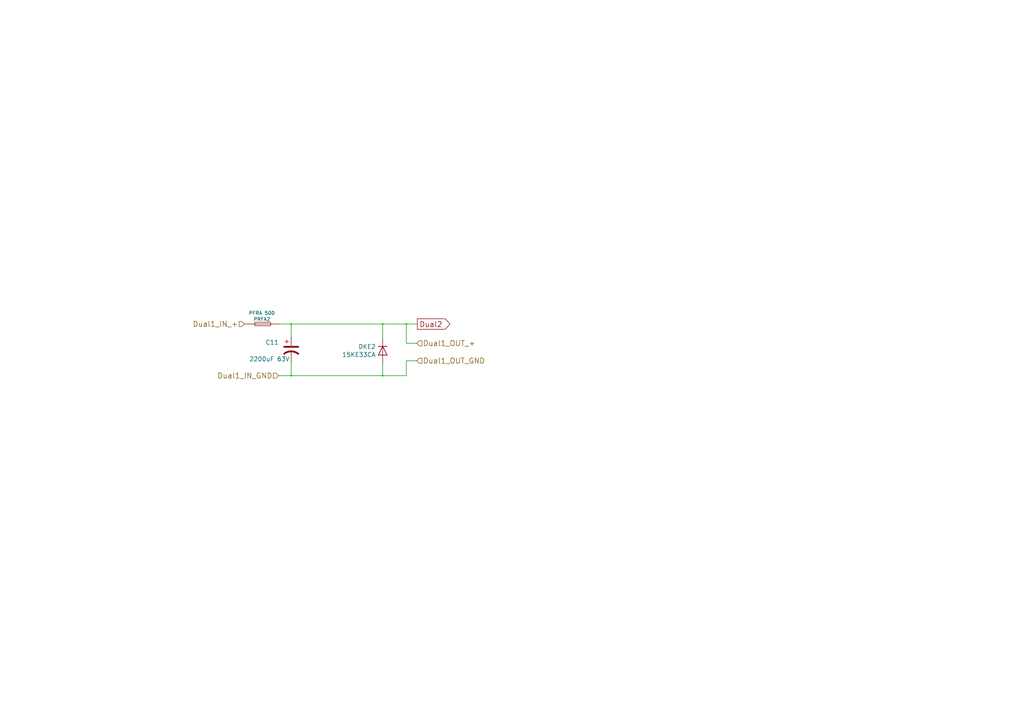
<source format=kicad_sch>
(kicad_sch (version 20201015) (generator eeschema)
  (page 1 35)
  (paper "A4")
  (title_block (title "Ardumower shield SVN Version") (date "2020-07-06") (rev "1.4") (company "ML AG JL UZ"))
  (lib_symbols
    (symbol "ardumower-mega-shield-svn-rescue:CP1-RESCUE-ardumower_mega_shield_svn" (pin_numbers hide) (pin_names (offset 0.254) hide)
      (property "Referenz" "C" (at 0.635 2.54 0))
      (property "Wert" "CP1-RESCUE-ardumower_mega_shield_svn" (at 0.635 -2.54 0))
      (symbol "CP1-RESCUE-ardumower_mega_shield_svn_0_1"
        (arc (start -2.032 -1.27) (end 2.032 -1.27) (radius (at 0 -3.81) (length 3.2512) (angles 128.7 51.3)) (stroke (width 0.508)))
        (polyline (pts (xy -2.032 0.762) (xy 2.032 0.762)) (stroke (width 0.508)))
        (polyline (pts (xy -1.778 2.286) (xy -0.762 2.286)))
        (polyline (pts (xy -1.27 1.778) (xy -1.27 2.794)))
      )
      (symbol "CP1-RESCUE-ardumower_mega_shield_svn_1_1"
        (pin passive line (at 0 3.81 270) (length 2.794) (name "~") (number "1"))
        (pin passive line (at 0 -3.81 90) (length 3.302) (name "~") (number "2"))
      )
    )
    (symbol "ardumower-mega-shield-svn-rescue:D-RESCUE-ardumower_mega_shield_svn" (pin_numbers hide) (pin_names hide)
      (property "Referenz" "D" (at 0 2.54 0))
      (property "Wert" "D-RESCUE-ardumower_mega_shield_svn" (at 0 -2.54 0))
      (symbol "D-RESCUE-ardumower_mega_shield_svn_0_1"
        (polyline (pts (xy -1.27 1.27) (xy -1.27 -1.27)) (stroke (width 0.2032)))
        (polyline (pts (xy 1.27 0) (xy -1.27 0)))
        (polyline (pts (xy 1.27 1.27) (xy 1.27 -1.27) (xy -1.27 0) (xy 1.27 1.27)) (stroke (width 0.2032)))
      )
      (symbol "D-RESCUE-ardumower_mega_shield_svn_1_1"
        (pin passive line (at -3.81 0 0) (length 2.54) (name "K") (number "1"))
        (pin passive line (at 3.81 0 180) (length 2.54) (name "A") (number "2"))
      )
    )
    (symbol "ardumower-mega-shield-svn-rescue:F_10A-RESCUE-ardumower_mega_shield_svn" (pin_numbers hide) (pin_names (offset 0.254))
      (property "Referenz" "EF" (at -4.572 2.032 0))
      (property "Wert" "F_10A-RESCUE-ardumower_mega_shield_svn" (at -2.54 -2.032 0))
      (symbol "F_10A-RESCUE-ardumower_mega_shield_svn_0_1"
        (polyline (pts (xy 2.032 0) (xy -2.54 0) (xy -2.54 0) (xy -2.54 0)))
        (polyline (pts (xy -2.54 0.508) (xy -2.54 -0.508) (xy 2.032 -0.508) (xy 2.032 0.508) (xy -2.54 0.508) (xy -2.54 0.508)))
      )
      (symbol "F_10A-RESCUE-ardumower_mega_shield_svn_1_1"
        (pin power_in line (at 5.08 0 180) (length 3.048) (name "~") (number "1"))
        (pin power_out line (at -5.08 0 0) (length 2.54) (name "~") (number "2"))
      )
    )
  )
  (junction (at 84.455 93.98) (diameter 0.3048))
  (junction (at 84.455 108.966) (diameter 0.3048))
  (junction (at 110.998 93.98) (diameter 0.3048))
  (junction (at 110.998 108.966) (diameter 0.3048))
  (junction (at 117.856 93.98) (diameter 0.3048))
  (wire (pts (xy 80.772 108.966) (xy 84.455 108.966)))
  (wire (pts (xy 81.026 93.98) (xy 84.455 93.98)))
  (wire (pts (xy 84.455 93.98) (xy 84.455 97.536)))
  (wire (pts (xy 84.455 93.98) (xy 110.998 93.98)))
  (wire (pts (xy 84.455 105.156) (xy 84.455 108.966)))
  (wire (pts (xy 84.455 108.966) (xy 110.998 108.966)))
  (wire (pts (xy 110.998 93.98) (xy 117.856 93.98)))
  (wire (pts (xy 110.998 97.917) (xy 110.998 93.98)))
  (wire (pts (xy 110.998 108.966) (xy 110.998 105.537)))
  (wire (pts (xy 110.998 108.966) (xy 117.856 108.966)))
  (wire (pts (xy 117.856 93.98) (xy 121.031 93.98)))
  (wire (pts (xy 117.856 99.568) (xy 117.856 93.98)))
  (wire (pts (xy 117.856 104.648) (xy 117.856 108.966)))
  (wire (pts (xy 120.904 99.568) (xy 117.856 99.568)))
  (wire (pts (xy 120.904 104.648) (xy 117.856 104.648)))
  (global_label "Dual2" (shape output) (at 121.031 93.98 0) (effects (font (size 1.524 1.524))))
  (hierarchical_label "Dual1_IN_+" (shape input) (at 70.866 93.98 180) (effects (font (size 1.524 1.524))))
  (hierarchical_label "Dual1_IN_GND" (shape input) (at 80.772 108.966 180) (effects (font (size 1.524 1.524))))
  (hierarchical_label "Dual1_OUT_+" (shape input) (at 120.904 99.568 0) (effects (font (size 1.524 1.524))))
  (hierarchical_label "Dual1_OUT_GND" (shape input) (at 120.904 104.648 0) (effects (font (size 1.524 1.524))))
  (symbol (lib_id "ardumower-mega-shield-svn-rescue:F_10A-RESCUE-ardumower_mega_shield_svn") (at 75.946 93.98 180) (unit 1)
    (property "Reference" "PRFA2" (at 75.946 92.583 0) (effects (font (size 1.016 1.016))))
    (property "Value" "PFRA 500" (at 75.946 90.805 0) (effects (font (size 1.016 1.016))))
    (property "Footprint" "Zimprich:PRFA_500" (effects hide))
  )
  (symbol (lib_id "ardumower-mega-shield-svn-rescue:D-RESCUE-ardumower_mega_shield_svn") (at 110.998 101.727 270) (unit 1)
    (property "Reference" "DKE2" (at 109.0168 100.5586 90) (effects (justify right)))
    (property "Value" "15KE33CA" (at 109.0168 102.87 90) (effects (justify right)))
    (property "Footprint" "Zimprich:Diode_liegend_BY500_1000_RM15" (effects hide))
    (property "Datasheet" "-" (effects hide))
    (property "Gehäuseart" "DO-214AA" (effects hide))
    (property "Bestelllink" "https://www.reichelt.de/Ueberspannungs-schutzdioden/1-5KE-33CA/3/index.html?ACTION=3&LA=446&ARTICLE=41873&GROUPID=3000&artnr=1%2C5KE+33CA&SEARCH=15KE33CA" (effects hide))
    (property "Technische Daten" "Value" (effects hide))
    (property "Bestellnummer" "R: 1,5KE 33CA" (effects hide))
    (property "Funktion" "Value" (effects hide))
    (property "Hersteller" "Value" (effects hide))
    (property "Hersteller Bestellnummer" "Value" (effects hide))
  )
  (symbol (lib_id "ardumower-mega-shield-svn-rescue:CP1-RESCUE-ardumower_mega_shield_svn") (at 84.455 101.346 0) (unit 1)
    (property "Reference" "C11" (at 76.962 99.314 0) (effects (justify left)))
    (property "Value" "2200uF 63V" (at 72.263 104.14 0) (effects (justify left)))
    (property "Footprint" "Capacitors_ThroughHole:C_Radial_D18_L36_P7.5" (effects hide))
    (property "Bestellnummer" "Value" (effects hide))
    (property "Bestelllink" "Value" (effects hide))
  )
)
</source>
